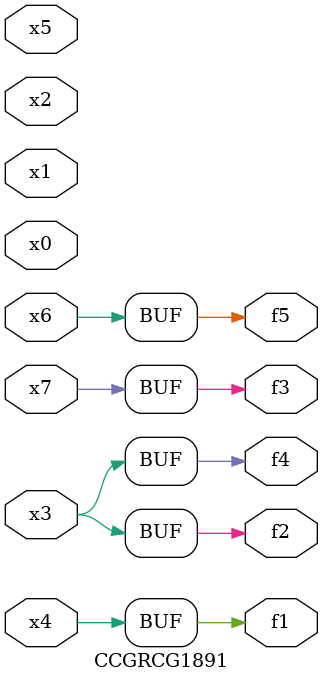
<source format=v>
module CCGRCG1891(
	input x0, x1, x2, x3, x4, x5, x6, x7,
	output f1, f2, f3, f4, f5
);
	assign f1 = x4;
	assign f2 = x3;
	assign f3 = x7;
	assign f4 = x3;
	assign f5 = x6;
endmodule

</source>
